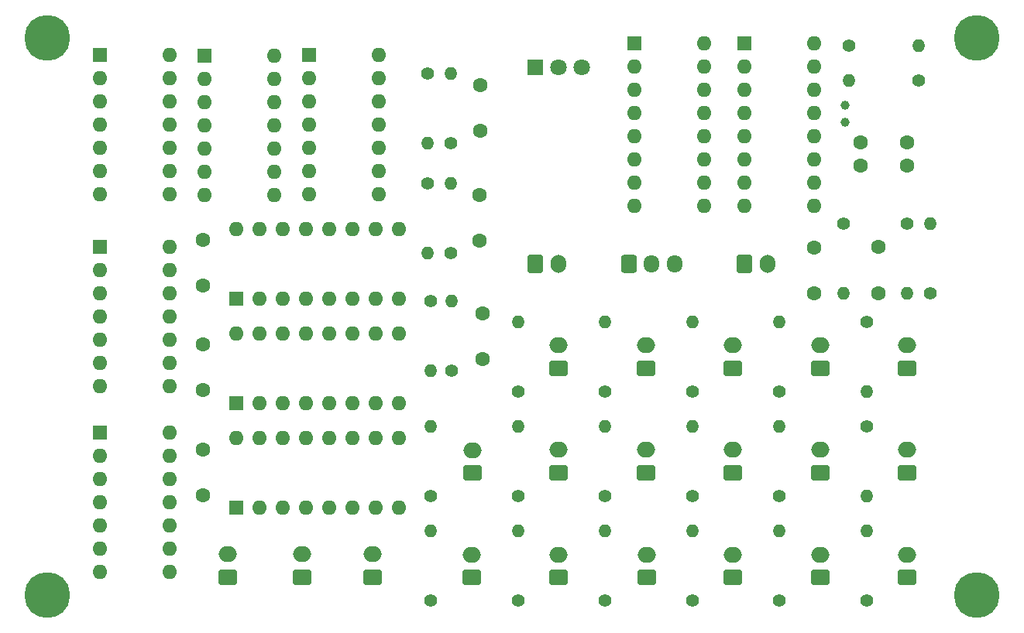
<source format=gbr>
G04 #@! TF.GenerationSoftware,KiCad,Pcbnew,7.0.1*
G04 #@! TF.CreationDate,2023-04-19T15:00:59-05:00*
G04 #@! TF.ProjectId,binary_clock,62696e61-7279-45f6-936c-6f636b2e6b69,rev?*
G04 #@! TF.SameCoordinates,Original*
G04 #@! TF.FileFunction,Soldermask,Bot*
G04 #@! TF.FilePolarity,Negative*
%FSLAX46Y46*%
G04 Gerber Fmt 4.6, Leading zero omitted, Abs format (unit mm)*
G04 Created by KiCad (PCBNEW 7.0.1) date 2023-04-19 15:00:59*
%MOMM*%
%LPD*%
G01*
G04 APERTURE LIST*
G04 Aperture macros list*
%AMRoundRect*
0 Rectangle with rounded corners*
0 $1 Rounding radius*
0 $2 $3 $4 $5 $6 $7 $8 $9 X,Y pos of 4 corners*
0 Add a 4 corners polygon primitive as box body*
4,1,4,$2,$3,$4,$5,$6,$7,$8,$9,$2,$3,0*
0 Add four circle primitives for the rounded corners*
1,1,$1+$1,$2,$3*
1,1,$1+$1,$4,$5*
1,1,$1+$1,$6,$7*
1,1,$1+$1,$8,$9*
0 Add four rect primitives between the rounded corners*
20,1,$1+$1,$2,$3,$4,$5,0*
20,1,$1+$1,$4,$5,$6,$7,0*
20,1,$1+$1,$6,$7,$8,$9,0*
20,1,$1+$1,$8,$9,$2,$3,0*%
G04 Aperture macros list end*
%ADD10RoundRect,0.250000X0.750000X-0.600000X0.750000X0.600000X-0.750000X0.600000X-0.750000X-0.600000X0*%
%ADD11O,2.000000X1.700000*%
%ADD12C,1.400000*%
%ADD13O,1.400000X1.400000*%
%ADD14R,1.600000X1.600000*%
%ADD15O,1.600000X1.600000*%
%ADD16C,5.000000*%
%ADD17C,1.600000*%
%ADD18RoundRect,0.250000X-0.600000X-0.750000X0.600000X-0.750000X0.600000X0.750000X-0.600000X0.750000X0*%
%ADD19O,1.700000X2.000000*%
%ADD20R,1.800000X1.800000*%
%ADD21C,1.800000*%
%ADD22RoundRect,0.250000X-0.600000X-0.725000X0.600000X-0.725000X0.600000X0.725000X-0.600000X0.725000X0*%
%ADD23O,1.700000X1.950000*%
%ADD24C,1.000000*%
G04 APERTURE END LIST*
D10*
G04 #@! TO.C,D11*
X144780000Y-118685000D03*
D11*
X144780000Y-116185000D03*
G04 #@! TD*
D12*
G04 #@! TO.C,R11*
X133110900Y-107555200D03*
D13*
X133110900Y-99935200D03*
G04 #@! TD*
D14*
G04 #@! TO.C,U2*
X153035000Y-71755000D03*
D15*
X153035000Y-74295000D03*
X153035000Y-76835000D03*
X153035000Y-79375000D03*
X153035000Y-81915000D03*
X153035000Y-84455000D03*
X153035000Y-86995000D03*
X153035000Y-89535000D03*
X160655000Y-89535000D03*
X160655000Y-86995000D03*
X160655000Y-84455000D03*
X160655000Y-81915000D03*
X160655000Y-79375000D03*
X160655000Y-76835000D03*
X160655000Y-74295000D03*
X160655000Y-71755000D03*
G04 #@! TD*
D12*
G04 #@! TO.C,R13*
X168910000Y-132715000D03*
D13*
X168910000Y-125095000D03*
G04 #@! TD*
D16*
G04 #@! TO.C,H2*
X88900000Y-71120000D03*
G04 #@! TD*
D12*
G04 #@! TO.C,R2*
X184150000Y-75785000D03*
D13*
X176530000Y-75785000D03*
G04 #@! TD*
D12*
G04 #@! TO.C,R1*
X176530000Y-71975000D03*
D13*
X184150000Y-71975000D03*
G04 #@! TD*
D12*
G04 #@! TO.C,R23*
X130810000Y-121265000D03*
D13*
X130810000Y-113645000D03*
G04 #@! TD*
D12*
G04 #@! TO.C,R18*
X178435000Y-113645000D03*
D13*
X178435000Y-121265000D03*
G04 #@! TD*
D17*
G04 #@! TO.C,C2*
X177800000Y-82550000D03*
X177800000Y-85050000D03*
G04 #@! TD*
D12*
G04 #@! TO.C,R16*
X140335000Y-132715000D03*
D13*
X140335000Y-125095000D03*
G04 #@! TD*
D16*
G04 #@! TO.C,H1*
X88900000Y-132080000D03*
G04 #@! TD*
G04 #@! TO.C,H4*
X190500000Y-71120000D03*
G04 #@! TD*
D18*
G04 #@! TO.C,J1*
X165140000Y-95885000D03*
D19*
X167640000Y-95885000D03*
G04 #@! TD*
D10*
G04 #@! TO.C,D13*
X182880000Y-107275000D03*
D11*
X182880000Y-104775000D03*
G04 #@! TD*
D17*
G04 #@! TO.C,C1*
X182880000Y-85050000D03*
X182880000Y-82550000D03*
G04 #@! TD*
D16*
G04 #@! TO.C,H3*
X190500000Y-132080000D03*
G04 #@! TD*
D14*
G04 #@! TO.C,U3*
X165100000Y-71755000D03*
D15*
X165100000Y-74295000D03*
X165100000Y-76835000D03*
X165100000Y-79375000D03*
X165100000Y-81915000D03*
X165100000Y-84455000D03*
X165100000Y-86995000D03*
X165100000Y-89535000D03*
X172720000Y-89535000D03*
X172720000Y-86995000D03*
X172720000Y-84455000D03*
X172720000Y-81915000D03*
X172720000Y-79375000D03*
X172720000Y-76835000D03*
X172720000Y-74295000D03*
X172720000Y-71755000D03*
G04 #@! TD*
D10*
G04 #@! TO.C,D8*
X173355000Y-118685000D03*
D11*
X173355000Y-116185000D03*
G04 #@! TD*
D10*
G04 #@! TO.C,D5*
X144780000Y-130145000D03*
D11*
X144780000Y-127645000D03*
G04 #@! TD*
D10*
G04 #@! TO.C,D4*
X154415000Y-130175000D03*
D11*
X154415000Y-127675000D03*
G04 #@! TD*
D12*
G04 #@! TO.C,R3*
X185420000Y-99060000D03*
D13*
X185420000Y-91440000D03*
G04 #@! TD*
D10*
G04 #@! TO.C,D2*
X173355000Y-130155000D03*
D11*
X173355000Y-127655000D03*
G04 #@! TD*
D10*
G04 #@! TO.C,D15*
X163830000Y-107275000D03*
D11*
X163830000Y-104775000D03*
G04 #@! TD*
D17*
G04 #@! TO.C,C9*
X105903200Y-109673500D03*
X105903200Y-104673500D03*
G04 #@! TD*
D12*
G04 #@! TO.C,R15*
X149860000Y-132715000D03*
D13*
X149860000Y-125095000D03*
G04 #@! TD*
D12*
G04 #@! TO.C,R20*
X159385000Y-121265000D03*
D13*
X159385000Y-113645000D03*
G04 #@! TD*
D20*
G04 #@! TO.C,U1*
X142230000Y-74300000D03*
D21*
X144770000Y-74300000D03*
X147310000Y-74300000D03*
G04 #@! TD*
D17*
G04 #@! TO.C,C10*
X105903200Y-98220500D03*
X105903200Y-93220500D03*
G04 #@! TD*
D10*
G04 #@! TO.C,D9*
X163830000Y-118685000D03*
D11*
X163830000Y-116185000D03*
G04 #@! TD*
D12*
G04 #@! TO.C,R24*
X178435000Y-102195000D03*
D13*
X178435000Y-109815000D03*
G04 #@! TD*
D14*
G04 #@! TO.C,U5*
X109534700Y-122516000D03*
D15*
X112074700Y-122516000D03*
X114614700Y-122516000D03*
X117154700Y-122516000D03*
X119694700Y-122516000D03*
X122234700Y-122516000D03*
X124774700Y-122516000D03*
X127314700Y-122516000D03*
X127314700Y-114896000D03*
X124774700Y-114896000D03*
X122234700Y-114896000D03*
X119694700Y-114896000D03*
X117154700Y-114896000D03*
X114614700Y-114896000D03*
X112074700Y-114896000D03*
X109534700Y-114896000D03*
G04 #@! TD*
D12*
G04 #@! TO.C,R21*
X149860000Y-121265000D03*
D13*
X149860000Y-113645000D03*
G04 #@! TD*
D10*
G04 #@! TO.C,SW5*
X124460000Y-130135000D03*
D11*
X124460000Y-127635000D03*
G04 #@! TD*
D10*
G04 #@! TO.C,D10*
X154305000Y-118685000D03*
D11*
X154305000Y-116185000D03*
G04 #@! TD*
D12*
G04 #@! TO.C,R5*
X175895000Y-91440000D03*
D13*
X175895000Y-99060000D03*
G04 #@! TD*
D17*
G04 #@! TO.C,C6*
X136147300Y-88334200D03*
X136147300Y-93334200D03*
G04 #@! TD*
D10*
G04 #@! TO.C,D3*
X163830000Y-130155000D03*
D11*
X163830000Y-127655000D03*
G04 #@! TD*
D14*
G04 #@! TO.C,U7*
X109534700Y-111086000D03*
D15*
X112074700Y-111086000D03*
X114614700Y-111086000D03*
X117154700Y-111086000D03*
X119694700Y-111086000D03*
X122234700Y-111086000D03*
X124774700Y-111086000D03*
X127314700Y-111086000D03*
X127314700Y-103466000D03*
X124774700Y-103466000D03*
X122234700Y-103466000D03*
X119694700Y-103466000D03*
X117154700Y-103466000D03*
X114614700Y-103466000D03*
X112074700Y-103466000D03*
X109534700Y-103466000D03*
G04 #@! TD*
D12*
G04 #@! TO.C,R27*
X149860000Y-109815000D03*
D13*
X149860000Y-102195000D03*
G04 #@! TD*
D12*
G04 #@! TO.C,R17*
X130810000Y-132715000D03*
D13*
X130810000Y-125095000D03*
G04 #@! TD*
D12*
G04 #@! TO.C,R7*
X133012800Y-82623200D03*
D13*
X133012800Y-75003200D03*
G04 #@! TD*
D17*
G04 #@! TO.C,C7*
X136505900Y-101245200D03*
X136505900Y-106245200D03*
G04 #@! TD*
D14*
G04 #@! TO.C,U11*
X94625000Y-73020000D03*
D15*
X94625000Y-75560000D03*
X94625000Y-78100000D03*
X94625000Y-80640000D03*
X94625000Y-83180000D03*
X94625000Y-85720000D03*
X94625000Y-88260000D03*
X102245000Y-88260000D03*
X102245000Y-85720000D03*
X102245000Y-83180000D03*
X102245000Y-80640000D03*
X102245000Y-78100000D03*
X102245000Y-75560000D03*
X102245000Y-73020000D03*
G04 #@! TD*
D12*
G04 #@! TO.C,R22*
X140335000Y-121265000D03*
D13*
X140335000Y-113645000D03*
G04 #@! TD*
D14*
G04 #@! TO.C,U4*
X117485000Y-73025000D03*
D15*
X117485000Y-75565000D03*
X117485000Y-78105000D03*
X117485000Y-80645000D03*
X117485000Y-83185000D03*
X117485000Y-85725000D03*
X117485000Y-88265000D03*
X125105000Y-88265000D03*
X125105000Y-85725000D03*
X125105000Y-83185000D03*
X125105000Y-80645000D03*
X125105000Y-78105000D03*
X125105000Y-75565000D03*
X125105000Y-73025000D03*
G04 #@! TD*
D17*
G04 #@! TO.C,C3*
X179705000Y-99020000D03*
X179705000Y-94020000D03*
G04 #@! TD*
D12*
G04 #@! TO.C,R26*
X159385000Y-109815000D03*
D13*
X159385000Y-102195000D03*
G04 #@! TD*
D10*
G04 #@! TO.C,D14*
X173355000Y-107275000D03*
D11*
X173355000Y-104775000D03*
G04 #@! TD*
D12*
G04 #@! TO.C,R14*
X159385000Y-132715000D03*
D13*
X159385000Y-125095000D03*
G04 #@! TD*
D14*
G04 #@! TO.C,U6*
X94635000Y-114295000D03*
D15*
X94635000Y-116835000D03*
X94635000Y-119375000D03*
X94635000Y-121915000D03*
X94635000Y-124455000D03*
X94635000Y-126995000D03*
X94635000Y-129535000D03*
X102255000Y-129535000D03*
X102255000Y-126995000D03*
X102255000Y-124455000D03*
X102255000Y-121915000D03*
X102255000Y-119375000D03*
X102255000Y-116835000D03*
X102255000Y-114295000D03*
G04 #@! TD*
D10*
G04 #@! TO.C,D12*
X135365000Y-118715000D03*
D11*
X135365000Y-116215000D03*
G04 #@! TD*
D14*
G04 #@! TO.C,U8*
X109534700Y-99656000D03*
D15*
X112074700Y-99656000D03*
X114614700Y-99656000D03*
X117154700Y-99656000D03*
X119694700Y-99656000D03*
X122234700Y-99656000D03*
X124774700Y-99656000D03*
X127314700Y-99656000D03*
X127314700Y-92036000D03*
X124774700Y-92036000D03*
X122234700Y-92036000D03*
X119694700Y-92036000D03*
X117154700Y-92036000D03*
X114614700Y-92036000D03*
X112074700Y-92036000D03*
X109534700Y-92036000D03*
G04 #@! TD*
D10*
G04 #@! TO.C,D16*
X154305000Y-107275000D03*
D11*
X154305000Y-104775000D03*
G04 #@! TD*
D10*
G04 #@! TO.C,SW3*
X108585000Y-130135000D03*
D11*
X108585000Y-127635000D03*
G04 #@! TD*
D10*
G04 #@! TO.C,D7*
X182880000Y-118705000D03*
D11*
X182880000Y-116205000D03*
G04 #@! TD*
D12*
G04 #@! TO.C,R25*
X168910000Y-109815000D03*
D13*
X168910000Y-102195000D03*
G04 #@! TD*
D22*
G04 #@! TO.C,SW1*
X152480000Y-95885000D03*
D23*
X154980000Y-95885000D03*
X157480000Y-95885000D03*
G04 #@! TD*
D10*
G04 #@! TO.C,D17*
X144780000Y-107275000D03*
D11*
X144780000Y-104775000D03*
G04 #@! TD*
D17*
G04 #@! TO.C,C8*
X105903200Y-116169700D03*
X105903200Y-121169700D03*
G04 #@! TD*
D10*
G04 #@! TO.C,D1*
X182880000Y-130155000D03*
D11*
X182880000Y-127655000D03*
G04 #@! TD*
D17*
G04 #@! TO.C,C5*
X136187800Y-76313200D03*
X136187800Y-81313200D03*
G04 #@! TD*
D10*
G04 #@! TO.C,SW4*
X116725200Y-130111600D03*
D11*
X116725200Y-127611600D03*
G04 #@! TD*
D24*
G04 #@! TO.C,Y1*
X176090000Y-80380100D03*
X176090000Y-78480100D03*
G04 #@! TD*
D12*
G04 #@! TO.C,R10*
X130790900Y-99935200D03*
D13*
X130790900Y-107555200D03*
G04 #@! TD*
D12*
G04 #@! TO.C,R28*
X140335000Y-109815000D03*
D13*
X140335000Y-102195000D03*
G04 #@! TD*
D12*
G04 #@! TO.C,R9*
X132972300Y-94644200D03*
D13*
X132972300Y-87024200D03*
G04 #@! TD*
D14*
G04 #@! TO.C,U10*
X106045000Y-73030000D03*
D15*
X106045000Y-75570000D03*
X106045000Y-78110000D03*
X106045000Y-80650000D03*
X106045000Y-83190000D03*
X106045000Y-85730000D03*
X106045000Y-88270000D03*
X113665000Y-88270000D03*
X113665000Y-85730000D03*
X113665000Y-83190000D03*
X113665000Y-80650000D03*
X113665000Y-78110000D03*
X113665000Y-75570000D03*
X113665000Y-73030000D03*
G04 #@! TD*
D12*
G04 #@! TO.C,R8*
X130432300Y-87024200D03*
D13*
X130432300Y-94644200D03*
G04 #@! TD*
D17*
G04 #@! TO.C,C4*
X172720000Y-94060000D03*
X172720000Y-99060000D03*
G04 #@! TD*
D12*
G04 #@! TO.C,R12*
X178435000Y-132715000D03*
D13*
X178435000Y-125095000D03*
G04 #@! TD*
D12*
G04 #@! TO.C,R4*
X182880000Y-91440000D03*
D13*
X182880000Y-99060000D03*
G04 #@! TD*
D10*
G04 #@! TO.C,D6*
X135255000Y-130155000D03*
D11*
X135255000Y-127655000D03*
G04 #@! TD*
D18*
G04 #@! TO.C,SW2*
X142280000Y-95885000D03*
D19*
X144780000Y-95885000D03*
G04 #@! TD*
D12*
G04 #@! TO.C,R19*
X168910000Y-121285000D03*
D13*
X168910000Y-113665000D03*
G04 #@! TD*
D12*
G04 #@! TO.C,R6*
X130472800Y-75003200D03*
D13*
X130472800Y-82623200D03*
G04 #@! TD*
D14*
G04 #@! TO.C,U9*
X94635000Y-93980000D03*
D15*
X94635000Y-96520000D03*
X94635000Y-99060000D03*
X94635000Y-101600000D03*
X94635000Y-104140000D03*
X94635000Y-106680000D03*
X94635000Y-109220000D03*
X102255000Y-109220000D03*
X102255000Y-106680000D03*
X102255000Y-104140000D03*
X102255000Y-101600000D03*
X102255000Y-99060000D03*
X102255000Y-96520000D03*
X102255000Y-93980000D03*
G04 #@! TD*
M02*

</source>
